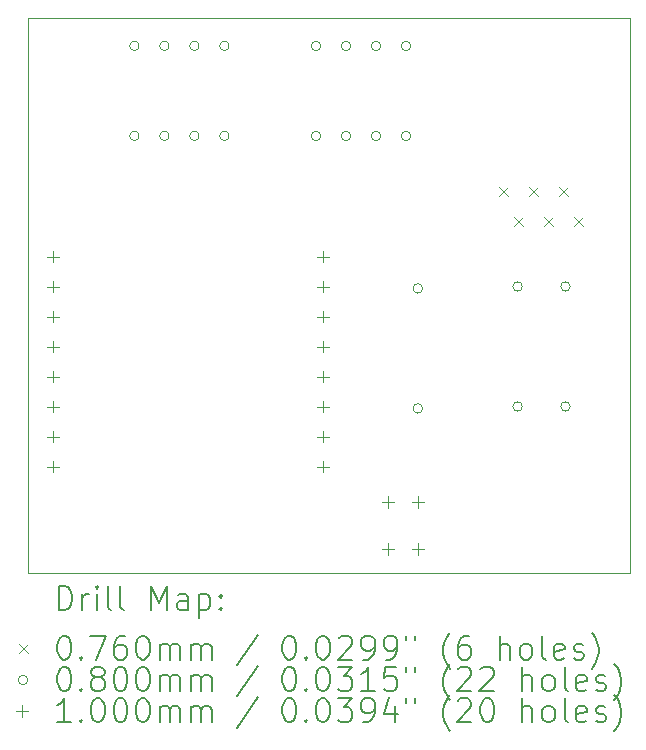
<source format=gbr>
%TF.GenerationSoftware,KiCad,Pcbnew,8.0.5*%
%TF.CreationDate,2025-01-26T23:12:18+01:00*%
%TF.ProjectId,P1_Extender,50315f45-7874-4656-9e64-65722e6b6963,rev?*%
%TF.SameCoordinates,Original*%
%TF.FileFunction,Drillmap*%
%TF.FilePolarity,Positive*%
%FSLAX45Y45*%
G04 Gerber Fmt 4.5, Leading zero omitted, Abs format (unit mm)*
G04 Created by KiCad (PCBNEW 8.0.5) date 2025-01-26 23:12:18*
%MOMM*%
%LPD*%
G01*
G04 APERTURE LIST*
%ADD10C,0.050000*%
%ADD11C,0.200000*%
%ADD12C,0.100000*%
G04 APERTURE END LIST*
D10*
X16500000Y-11900000D02*
X11400000Y-11900000D01*
X11400000Y-7200000D01*
X16500000Y-7200000D01*
X16500000Y-11900000D01*
D11*
D12*
X15387000Y-8637000D02*
X15463000Y-8713000D01*
X15463000Y-8637000D02*
X15387000Y-8713000D01*
X15514000Y-8891000D02*
X15590000Y-8967000D01*
X15590000Y-8891000D02*
X15514000Y-8967000D01*
X15641000Y-8637000D02*
X15717000Y-8713000D01*
X15717000Y-8637000D02*
X15641000Y-8713000D01*
X15768000Y-8891000D02*
X15844000Y-8967000D01*
X15844000Y-8891000D02*
X15768000Y-8967000D01*
X15895000Y-8637000D02*
X15971000Y-8713000D01*
X15971000Y-8637000D02*
X15895000Y-8713000D01*
X16022000Y-8891000D02*
X16098000Y-8967000D01*
X16098000Y-8891000D02*
X16022000Y-8967000D01*
X12340000Y-7438000D02*
G75*
G02*
X12260000Y-7438000I-40000J0D01*
G01*
X12260000Y-7438000D02*
G75*
G02*
X12340000Y-7438000I40000J0D01*
G01*
X12340000Y-8200000D02*
G75*
G02*
X12260000Y-8200000I-40000J0D01*
G01*
X12260000Y-8200000D02*
G75*
G02*
X12340000Y-8200000I40000J0D01*
G01*
X12594000Y-7438000D02*
G75*
G02*
X12514000Y-7438000I-40000J0D01*
G01*
X12514000Y-7438000D02*
G75*
G02*
X12594000Y-7438000I40000J0D01*
G01*
X12594000Y-8200000D02*
G75*
G02*
X12514000Y-8200000I-40000J0D01*
G01*
X12514000Y-8200000D02*
G75*
G02*
X12594000Y-8200000I40000J0D01*
G01*
X12848000Y-7438000D02*
G75*
G02*
X12768000Y-7438000I-40000J0D01*
G01*
X12768000Y-7438000D02*
G75*
G02*
X12848000Y-7438000I40000J0D01*
G01*
X12848000Y-8200000D02*
G75*
G02*
X12768000Y-8200000I-40000J0D01*
G01*
X12768000Y-8200000D02*
G75*
G02*
X12848000Y-8200000I40000J0D01*
G01*
X13102000Y-7438000D02*
G75*
G02*
X13022000Y-7438000I-40000J0D01*
G01*
X13022000Y-7438000D02*
G75*
G02*
X13102000Y-7438000I40000J0D01*
G01*
X13102000Y-8200000D02*
G75*
G02*
X13022000Y-8200000I-40000J0D01*
G01*
X13022000Y-8200000D02*
G75*
G02*
X13102000Y-8200000I40000J0D01*
G01*
X13878000Y-7438000D02*
G75*
G02*
X13798000Y-7438000I-40000J0D01*
G01*
X13798000Y-7438000D02*
G75*
G02*
X13878000Y-7438000I40000J0D01*
G01*
X13878000Y-8200000D02*
G75*
G02*
X13798000Y-8200000I-40000J0D01*
G01*
X13798000Y-8200000D02*
G75*
G02*
X13878000Y-8200000I40000J0D01*
G01*
X14132000Y-7438000D02*
G75*
G02*
X14052000Y-7438000I-40000J0D01*
G01*
X14052000Y-7438000D02*
G75*
G02*
X14132000Y-7438000I40000J0D01*
G01*
X14132000Y-8200000D02*
G75*
G02*
X14052000Y-8200000I-40000J0D01*
G01*
X14052000Y-8200000D02*
G75*
G02*
X14132000Y-8200000I40000J0D01*
G01*
X14386000Y-7438000D02*
G75*
G02*
X14306000Y-7438000I-40000J0D01*
G01*
X14306000Y-7438000D02*
G75*
G02*
X14386000Y-7438000I40000J0D01*
G01*
X14386000Y-8200000D02*
G75*
G02*
X14306000Y-8200000I-40000J0D01*
G01*
X14306000Y-8200000D02*
G75*
G02*
X14386000Y-8200000I40000J0D01*
G01*
X14640000Y-7438000D02*
G75*
G02*
X14560000Y-7438000I-40000J0D01*
G01*
X14560000Y-7438000D02*
G75*
G02*
X14640000Y-7438000I40000J0D01*
G01*
X14640000Y-8200000D02*
G75*
G02*
X14560000Y-8200000I-40000J0D01*
G01*
X14560000Y-8200000D02*
G75*
G02*
X14640000Y-8200000I40000J0D01*
G01*
X14740000Y-9492000D02*
G75*
G02*
X14660000Y-9492000I-40000J0D01*
G01*
X14660000Y-9492000D02*
G75*
G02*
X14740000Y-9492000I40000J0D01*
G01*
X14740000Y-10508000D02*
G75*
G02*
X14660000Y-10508000I-40000J0D01*
G01*
X14660000Y-10508000D02*
G75*
G02*
X14740000Y-10508000I40000J0D01*
G01*
X15585000Y-9475000D02*
G75*
G02*
X15505000Y-9475000I-40000J0D01*
G01*
X15505000Y-9475000D02*
G75*
G02*
X15585000Y-9475000I40000J0D01*
G01*
X15585000Y-10491000D02*
G75*
G02*
X15505000Y-10491000I-40000J0D01*
G01*
X15505000Y-10491000D02*
G75*
G02*
X15585000Y-10491000I40000J0D01*
G01*
X15990000Y-9475000D02*
G75*
G02*
X15910000Y-9475000I-40000J0D01*
G01*
X15910000Y-9475000D02*
G75*
G02*
X15990000Y-9475000I40000J0D01*
G01*
X15990000Y-10491000D02*
G75*
G02*
X15910000Y-10491000I-40000J0D01*
G01*
X15910000Y-10491000D02*
G75*
G02*
X15990000Y-10491000I40000J0D01*
G01*
X11614000Y-9172000D02*
X11614000Y-9272000D01*
X11564000Y-9222000D02*
X11664000Y-9222000D01*
X11614000Y-9426000D02*
X11614000Y-9526000D01*
X11564000Y-9476000D02*
X11664000Y-9476000D01*
X11614000Y-9680000D02*
X11614000Y-9780000D01*
X11564000Y-9730000D02*
X11664000Y-9730000D01*
X11614000Y-9934000D02*
X11614000Y-10034000D01*
X11564000Y-9984000D02*
X11664000Y-9984000D01*
X11614000Y-10188000D02*
X11614000Y-10288000D01*
X11564000Y-10238000D02*
X11664000Y-10238000D01*
X11614000Y-10442000D02*
X11614000Y-10542000D01*
X11564000Y-10492000D02*
X11664000Y-10492000D01*
X11614000Y-10696000D02*
X11614000Y-10796000D01*
X11564000Y-10746000D02*
X11664000Y-10746000D01*
X11614000Y-10950000D02*
X11614000Y-11050000D01*
X11564000Y-11000000D02*
X11664000Y-11000000D01*
X13900000Y-9172000D02*
X13900000Y-9272000D01*
X13850000Y-9222000D02*
X13950000Y-9222000D01*
X13900000Y-9426000D02*
X13900000Y-9526000D01*
X13850000Y-9476000D02*
X13950000Y-9476000D01*
X13900000Y-9680000D02*
X13900000Y-9780000D01*
X13850000Y-9730000D02*
X13950000Y-9730000D01*
X13900000Y-9934000D02*
X13900000Y-10034000D01*
X13850000Y-9984000D02*
X13950000Y-9984000D01*
X13900000Y-10188000D02*
X13900000Y-10288000D01*
X13850000Y-10238000D02*
X13950000Y-10238000D01*
X13900000Y-10442000D02*
X13900000Y-10542000D01*
X13850000Y-10492000D02*
X13950000Y-10492000D01*
X13900000Y-10696000D02*
X13900000Y-10796000D01*
X13850000Y-10746000D02*
X13950000Y-10746000D01*
X13900000Y-10950000D02*
X13900000Y-11050000D01*
X13850000Y-11000000D02*
X13950000Y-11000000D01*
X14446000Y-11250000D02*
X14446000Y-11350000D01*
X14396000Y-11300000D02*
X14496000Y-11300000D01*
X14446000Y-11650000D02*
X14446000Y-11750000D01*
X14396000Y-11700000D02*
X14496000Y-11700000D01*
X14700000Y-11250000D02*
X14700000Y-11350000D01*
X14650000Y-11300000D02*
X14750000Y-11300000D01*
X14700000Y-11650000D02*
X14700000Y-11750000D01*
X14650000Y-11700000D02*
X14750000Y-11700000D01*
D11*
X11658277Y-12213984D02*
X11658277Y-12013984D01*
X11658277Y-12013984D02*
X11705896Y-12013984D01*
X11705896Y-12013984D02*
X11734467Y-12023508D01*
X11734467Y-12023508D02*
X11753515Y-12042555D01*
X11753515Y-12042555D02*
X11763039Y-12061603D01*
X11763039Y-12061603D02*
X11772562Y-12099698D01*
X11772562Y-12099698D02*
X11772562Y-12128269D01*
X11772562Y-12128269D02*
X11763039Y-12166365D01*
X11763039Y-12166365D02*
X11753515Y-12185412D01*
X11753515Y-12185412D02*
X11734467Y-12204460D01*
X11734467Y-12204460D02*
X11705896Y-12213984D01*
X11705896Y-12213984D02*
X11658277Y-12213984D01*
X11858277Y-12213984D02*
X11858277Y-12080650D01*
X11858277Y-12118746D02*
X11867801Y-12099698D01*
X11867801Y-12099698D02*
X11877324Y-12090174D01*
X11877324Y-12090174D02*
X11896372Y-12080650D01*
X11896372Y-12080650D02*
X11915420Y-12080650D01*
X11982086Y-12213984D02*
X11982086Y-12080650D01*
X11982086Y-12013984D02*
X11972562Y-12023508D01*
X11972562Y-12023508D02*
X11982086Y-12033031D01*
X11982086Y-12033031D02*
X11991610Y-12023508D01*
X11991610Y-12023508D02*
X11982086Y-12013984D01*
X11982086Y-12013984D02*
X11982086Y-12033031D01*
X12105896Y-12213984D02*
X12086848Y-12204460D01*
X12086848Y-12204460D02*
X12077324Y-12185412D01*
X12077324Y-12185412D02*
X12077324Y-12013984D01*
X12210658Y-12213984D02*
X12191610Y-12204460D01*
X12191610Y-12204460D02*
X12182086Y-12185412D01*
X12182086Y-12185412D02*
X12182086Y-12013984D01*
X12439229Y-12213984D02*
X12439229Y-12013984D01*
X12439229Y-12013984D02*
X12505896Y-12156841D01*
X12505896Y-12156841D02*
X12572562Y-12013984D01*
X12572562Y-12013984D02*
X12572562Y-12213984D01*
X12753515Y-12213984D02*
X12753515Y-12109222D01*
X12753515Y-12109222D02*
X12743991Y-12090174D01*
X12743991Y-12090174D02*
X12724943Y-12080650D01*
X12724943Y-12080650D02*
X12686848Y-12080650D01*
X12686848Y-12080650D02*
X12667801Y-12090174D01*
X12753515Y-12204460D02*
X12734467Y-12213984D01*
X12734467Y-12213984D02*
X12686848Y-12213984D01*
X12686848Y-12213984D02*
X12667801Y-12204460D01*
X12667801Y-12204460D02*
X12658277Y-12185412D01*
X12658277Y-12185412D02*
X12658277Y-12166365D01*
X12658277Y-12166365D02*
X12667801Y-12147317D01*
X12667801Y-12147317D02*
X12686848Y-12137793D01*
X12686848Y-12137793D02*
X12734467Y-12137793D01*
X12734467Y-12137793D02*
X12753515Y-12128269D01*
X12848753Y-12080650D02*
X12848753Y-12280650D01*
X12848753Y-12090174D02*
X12867801Y-12080650D01*
X12867801Y-12080650D02*
X12905896Y-12080650D01*
X12905896Y-12080650D02*
X12924943Y-12090174D01*
X12924943Y-12090174D02*
X12934467Y-12099698D01*
X12934467Y-12099698D02*
X12943991Y-12118746D01*
X12943991Y-12118746D02*
X12943991Y-12175888D01*
X12943991Y-12175888D02*
X12934467Y-12194936D01*
X12934467Y-12194936D02*
X12924943Y-12204460D01*
X12924943Y-12204460D02*
X12905896Y-12213984D01*
X12905896Y-12213984D02*
X12867801Y-12213984D01*
X12867801Y-12213984D02*
X12848753Y-12204460D01*
X13029705Y-12194936D02*
X13039229Y-12204460D01*
X13039229Y-12204460D02*
X13029705Y-12213984D01*
X13029705Y-12213984D02*
X13020182Y-12204460D01*
X13020182Y-12204460D02*
X13029705Y-12194936D01*
X13029705Y-12194936D02*
X13029705Y-12213984D01*
X13029705Y-12090174D02*
X13039229Y-12099698D01*
X13039229Y-12099698D02*
X13029705Y-12109222D01*
X13029705Y-12109222D02*
X13020182Y-12099698D01*
X13020182Y-12099698D02*
X13029705Y-12090174D01*
X13029705Y-12090174D02*
X13029705Y-12109222D01*
D12*
X11321500Y-12504500D02*
X11397500Y-12580500D01*
X11397500Y-12504500D02*
X11321500Y-12580500D01*
D11*
X11696372Y-12433984D02*
X11715420Y-12433984D01*
X11715420Y-12433984D02*
X11734467Y-12443508D01*
X11734467Y-12443508D02*
X11743991Y-12453031D01*
X11743991Y-12453031D02*
X11753515Y-12472079D01*
X11753515Y-12472079D02*
X11763039Y-12510174D01*
X11763039Y-12510174D02*
X11763039Y-12557793D01*
X11763039Y-12557793D02*
X11753515Y-12595888D01*
X11753515Y-12595888D02*
X11743991Y-12614936D01*
X11743991Y-12614936D02*
X11734467Y-12624460D01*
X11734467Y-12624460D02*
X11715420Y-12633984D01*
X11715420Y-12633984D02*
X11696372Y-12633984D01*
X11696372Y-12633984D02*
X11677324Y-12624460D01*
X11677324Y-12624460D02*
X11667801Y-12614936D01*
X11667801Y-12614936D02*
X11658277Y-12595888D01*
X11658277Y-12595888D02*
X11648753Y-12557793D01*
X11648753Y-12557793D02*
X11648753Y-12510174D01*
X11648753Y-12510174D02*
X11658277Y-12472079D01*
X11658277Y-12472079D02*
X11667801Y-12453031D01*
X11667801Y-12453031D02*
X11677324Y-12443508D01*
X11677324Y-12443508D02*
X11696372Y-12433984D01*
X11848753Y-12614936D02*
X11858277Y-12624460D01*
X11858277Y-12624460D02*
X11848753Y-12633984D01*
X11848753Y-12633984D02*
X11839229Y-12624460D01*
X11839229Y-12624460D02*
X11848753Y-12614936D01*
X11848753Y-12614936D02*
X11848753Y-12633984D01*
X11924943Y-12433984D02*
X12058277Y-12433984D01*
X12058277Y-12433984D02*
X11972562Y-12633984D01*
X12220182Y-12433984D02*
X12182086Y-12433984D01*
X12182086Y-12433984D02*
X12163039Y-12443508D01*
X12163039Y-12443508D02*
X12153515Y-12453031D01*
X12153515Y-12453031D02*
X12134467Y-12481603D01*
X12134467Y-12481603D02*
X12124943Y-12519698D01*
X12124943Y-12519698D02*
X12124943Y-12595888D01*
X12124943Y-12595888D02*
X12134467Y-12614936D01*
X12134467Y-12614936D02*
X12143991Y-12624460D01*
X12143991Y-12624460D02*
X12163039Y-12633984D01*
X12163039Y-12633984D02*
X12201134Y-12633984D01*
X12201134Y-12633984D02*
X12220182Y-12624460D01*
X12220182Y-12624460D02*
X12229705Y-12614936D01*
X12229705Y-12614936D02*
X12239229Y-12595888D01*
X12239229Y-12595888D02*
X12239229Y-12548269D01*
X12239229Y-12548269D02*
X12229705Y-12529222D01*
X12229705Y-12529222D02*
X12220182Y-12519698D01*
X12220182Y-12519698D02*
X12201134Y-12510174D01*
X12201134Y-12510174D02*
X12163039Y-12510174D01*
X12163039Y-12510174D02*
X12143991Y-12519698D01*
X12143991Y-12519698D02*
X12134467Y-12529222D01*
X12134467Y-12529222D02*
X12124943Y-12548269D01*
X12363039Y-12433984D02*
X12382086Y-12433984D01*
X12382086Y-12433984D02*
X12401134Y-12443508D01*
X12401134Y-12443508D02*
X12410658Y-12453031D01*
X12410658Y-12453031D02*
X12420182Y-12472079D01*
X12420182Y-12472079D02*
X12429705Y-12510174D01*
X12429705Y-12510174D02*
X12429705Y-12557793D01*
X12429705Y-12557793D02*
X12420182Y-12595888D01*
X12420182Y-12595888D02*
X12410658Y-12614936D01*
X12410658Y-12614936D02*
X12401134Y-12624460D01*
X12401134Y-12624460D02*
X12382086Y-12633984D01*
X12382086Y-12633984D02*
X12363039Y-12633984D01*
X12363039Y-12633984D02*
X12343991Y-12624460D01*
X12343991Y-12624460D02*
X12334467Y-12614936D01*
X12334467Y-12614936D02*
X12324943Y-12595888D01*
X12324943Y-12595888D02*
X12315420Y-12557793D01*
X12315420Y-12557793D02*
X12315420Y-12510174D01*
X12315420Y-12510174D02*
X12324943Y-12472079D01*
X12324943Y-12472079D02*
X12334467Y-12453031D01*
X12334467Y-12453031D02*
X12343991Y-12443508D01*
X12343991Y-12443508D02*
X12363039Y-12433984D01*
X12515420Y-12633984D02*
X12515420Y-12500650D01*
X12515420Y-12519698D02*
X12524943Y-12510174D01*
X12524943Y-12510174D02*
X12543991Y-12500650D01*
X12543991Y-12500650D02*
X12572563Y-12500650D01*
X12572563Y-12500650D02*
X12591610Y-12510174D01*
X12591610Y-12510174D02*
X12601134Y-12529222D01*
X12601134Y-12529222D02*
X12601134Y-12633984D01*
X12601134Y-12529222D02*
X12610658Y-12510174D01*
X12610658Y-12510174D02*
X12629705Y-12500650D01*
X12629705Y-12500650D02*
X12658277Y-12500650D01*
X12658277Y-12500650D02*
X12677324Y-12510174D01*
X12677324Y-12510174D02*
X12686848Y-12529222D01*
X12686848Y-12529222D02*
X12686848Y-12633984D01*
X12782086Y-12633984D02*
X12782086Y-12500650D01*
X12782086Y-12519698D02*
X12791610Y-12510174D01*
X12791610Y-12510174D02*
X12810658Y-12500650D01*
X12810658Y-12500650D02*
X12839229Y-12500650D01*
X12839229Y-12500650D02*
X12858277Y-12510174D01*
X12858277Y-12510174D02*
X12867801Y-12529222D01*
X12867801Y-12529222D02*
X12867801Y-12633984D01*
X12867801Y-12529222D02*
X12877324Y-12510174D01*
X12877324Y-12510174D02*
X12896372Y-12500650D01*
X12896372Y-12500650D02*
X12924943Y-12500650D01*
X12924943Y-12500650D02*
X12943991Y-12510174D01*
X12943991Y-12510174D02*
X12953515Y-12529222D01*
X12953515Y-12529222D02*
X12953515Y-12633984D01*
X13343991Y-12424460D02*
X13172563Y-12681603D01*
X13601134Y-12433984D02*
X13620182Y-12433984D01*
X13620182Y-12433984D02*
X13639229Y-12443508D01*
X13639229Y-12443508D02*
X13648753Y-12453031D01*
X13648753Y-12453031D02*
X13658277Y-12472079D01*
X13658277Y-12472079D02*
X13667801Y-12510174D01*
X13667801Y-12510174D02*
X13667801Y-12557793D01*
X13667801Y-12557793D02*
X13658277Y-12595888D01*
X13658277Y-12595888D02*
X13648753Y-12614936D01*
X13648753Y-12614936D02*
X13639229Y-12624460D01*
X13639229Y-12624460D02*
X13620182Y-12633984D01*
X13620182Y-12633984D02*
X13601134Y-12633984D01*
X13601134Y-12633984D02*
X13582086Y-12624460D01*
X13582086Y-12624460D02*
X13572563Y-12614936D01*
X13572563Y-12614936D02*
X13563039Y-12595888D01*
X13563039Y-12595888D02*
X13553515Y-12557793D01*
X13553515Y-12557793D02*
X13553515Y-12510174D01*
X13553515Y-12510174D02*
X13563039Y-12472079D01*
X13563039Y-12472079D02*
X13572563Y-12453031D01*
X13572563Y-12453031D02*
X13582086Y-12443508D01*
X13582086Y-12443508D02*
X13601134Y-12433984D01*
X13753515Y-12614936D02*
X13763039Y-12624460D01*
X13763039Y-12624460D02*
X13753515Y-12633984D01*
X13753515Y-12633984D02*
X13743991Y-12624460D01*
X13743991Y-12624460D02*
X13753515Y-12614936D01*
X13753515Y-12614936D02*
X13753515Y-12633984D01*
X13886848Y-12433984D02*
X13905896Y-12433984D01*
X13905896Y-12433984D02*
X13924944Y-12443508D01*
X13924944Y-12443508D02*
X13934467Y-12453031D01*
X13934467Y-12453031D02*
X13943991Y-12472079D01*
X13943991Y-12472079D02*
X13953515Y-12510174D01*
X13953515Y-12510174D02*
X13953515Y-12557793D01*
X13953515Y-12557793D02*
X13943991Y-12595888D01*
X13943991Y-12595888D02*
X13934467Y-12614936D01*
X13934467Y-12614936D02*
X13924944Y-12624460D01*
X13924944Y-12624460D02*
X13905896Y-12633984D01*
X13905896Y-12633984D02*
X13886848Y-12633984D01*
X13886848Y-12633984D02*
X13867801Y-12624460D01*
X13867801Y-12624460D02*
X13858277Y-12614936D01*
X13858277Y-12614936D02*
X13848753Y-12595888D01*
X13848753Y-12595888D02*
X13839229Y-12557793D01*
X13839229Y-12557793D02*
X13839229Y-12510174D01*
X13839229Y-12510174D02*
X13848753Y-12472079D01*
X13848753Y-12472079D02*
X13858277Y-12453031D01*
X13858277Y-12453031D02*
X13867801Y-12443508D01*
X13867801Y-12443508D02*
X13886848Y-12433984D01*
X14029706Y-12453031D02*
X14039229Y-12443508D01*
X14039229Y-12443508D02*
X14058277Y-12433984D01*
X14058277Y-12433984D02*
X14105896Y-12433984D01*
X14105896Y-12433984D02*
X14124944Y-12443508D01*
X14124944Y-12443508D02*
X14134467Y-12453031D01*
X14134467Y-12453031D02*
X14143991Y-12472079D01*
X14143991Y-12472079D02*
X14143991Y-12491127D01*
X14143991Y-12491127D02*
X14134467Y-12519698D01*
X14134467Y-12519698D02*
X14020182Y-12633984D01*
X14020182Y-12633984D02*
X14143991Y-12633984D01*
X14239229Y-12633984D02*
X14277325Y-12633984D01*
X14277325Y-12633984D02*
X14296372Y-12624460D01*
X14296372Y-12624460D02*
X14305896Y-12614936D01*
X14305896Y-12614936D02*
X14324944Y-12586365D01*
X14324944Y-12586365D02*
X14334467Y-12548269D01*
X14334467Y-12548269D02*
X14334467Y-12472079D01*
X14334467Y-12472079D02*
X14324944Y-12453031D01*
X14324944Y-12453031D02*
X14315420Y-12443508D01*
X14315420Y-12443508D02*
X14296372Y-12433984D01*
X14296372Y-12433984D02*
X14258277Y-12433984D01*
X14258277Y-12433984D02*
X14239229Y-12443508D01*
X14239229Y-12443508D02*
X14229706Y-12453031D01*
X14229706Y-12453031D02*
X14220182Y-12472079D01*
X14220182Y-12472079D02*
X14220182Y-12519698D01*
X14220182Y-12519698D02*
X14229706Y-12538746D01*
X14229706Y-12538746D02*
X14239229Y-12548269D01*
X14239229Y-12548269D02*
X14258277Y-12557793D01*
X14258277Y-12557793D02*
X14296372Y-12557793D01*
X14296372Y-12557793D02*
X14315420Y-12548269D01*
X14315420Y-12548269D02*
X14324944Y-12538746D01*
X14324944Y-12538746D02*
X14334467Y-12519698D01*
X14429706Y-12633984D02*
X14467801Y-12633984D01*
X14467801Y-12633984D02*
X14486848Y-12624460D01*
X14486848Y-12624460D02*
X14496372Y-12614936D01*
X14496372Y-12614936D02*
X14515420Y-12586365D01*
X14515420Y-12586365D02*
X14524944Y-12548269D01*
X14524944Y-12548269D02*
X14524944Y-12472079D01*
X14524944Y-12472079D02*
X14515420Y-12453031D01*
X14515420Y-12453031D02*
X14505896Y-12443508D01*
X14505896Y-12443508D02*
X14486848Y-12433984D01*
X14486848Y-12433984D02*
X14448753Y-12433984D01*
X14448753Y-12433984D02*
X14429706Y-12443508D01*
X14429706Y-12443508D02*
X14420182Y-12453031D01*
X14420182Y-12453031D02*
X14410658Y-12472079D01*
X14410658Y-12472079D02*
X14410658Y-12519698D01*
X14410658Y-12519698D02*
X14420182Y-12538746D01*
X14420182Y-12538746D02*
X14429706Y-12548269D01*
X14429706Y-12548269D02*
X14448753Y-12557793D01*
X14448753Y-12557793D02*
X14486848Y-12557793D01*
X14486848Y-12557793D02*
X14505896Y-12548269D01*
X14505896Y-12548269D02*
X14515420Y-12538746D01*
X14515420Y-12538746D02*
X14524944Y-12519698D01*
X14601134Y-12433984D02*
X14601134Y-12472079D01*
X14677325Y-12433984D02*
X14677325Y-12472079D01*
X14972563Y-12710174D02*
X14963039Y-12700650D01*
X14963039Y-12700650D02*
X14943991Y-12672079D01*
X14943991Y-12672079D02*
X14934468Y-12653031D01*
X14934468Y-12653031D02*
X14924944Y-12624460D01*
X14924944Y-12624460D02*
X14915420Y-12576841D01*
X14915420Y-12576841D02*
X14915420Y-12538746D01*
X14915420Y-12538746D02*
X14924944Y-12491127D01*
X14924944Y-12491127D02*
X14934468Y-12462555D01*
X14934468Y-12462555D02*
X14943991Y-12443508D01*
X14943991Y-12443508D02*
X14963039Y-12414936D01*
X14963039Y-12414936D02*
X14972563Y-12405412D01*
X15134468Y-12433984D02*
X15096372Y-12433984D01*
X15096372Y-12433984D02*
X15077325Y-12443508D01*
X15077325Y-12443508D02*
X15067801Y-12453031D01*
X15067801Y-12453031D02*
X15048753Y-12481603D01*
X15048753Y-12481603D02*
X15039229Y-12519698D01*
X15039229Y-12519698D02*
X15039229Y-12595888D01*
X15039229Y-12595888D02*
X15048753Y-12614936D01*
X15048753Y-12614936D02*
X15058277Y-12624460D01*
X15058277Y-12624460D02*
X15077325Y-12633984D01*
X15077325Y-12633984D02*
X15115420Y-12633984D01*
X15115420Y-12633984D02*
X15134468Y-12624460D01*
X15134468Y-12624460D02*
X15143991Y-12614936D01*
X15143991Y-12614936D02*
X15153515Y-12595888D01*
X15153515Y-12595888D02*
X15153515Y-12548269D01*
X15153515Y-12548269D02*
X15143991Y-12529222D01*
X15143991Y-12529222D02*
X15134468Y-12519698D01*
X15134468Y-12519698D02*
X15115420Y-12510174D01*
X15115420Y-12510174D02*
X15077325Y-12510174D01*
X15077325Y-12510174D02*
X15058277Y-12519698D01*
X15058277Y-12519698D02*
X15048753Y-12529222D01*
X15048753Y-12529222D02*
X15039229Y-12548269D01*
X15391610Y-12633984D02*
X15391610Y-12433984D01*
X15477325Y-12633984D02*
X15477325Y-12529222D01*
X15477325Y-12529222D02*
X15467801Y-12510174D01*
X15467801Y-12510174D02*
X15448753Y-12500650D01*
X15448753Y-12500650D02*
X15420182Y-12500650D01*
X15420182Y-12500650D02*
X15401134Y-12510174D01*
X15401134Y-12510174D02*
X15391610Y-12519698D01*
X15601134Y-12633984D02*
X15582087Y-12624460D01*
X15582087Y-12624460D02*
X15572563Y-12614936D01*
X15572563Y-12614936D02*
X15563039Y-12595888D01*
X15563039Y-12595888D02*
X15563039Y-12538746D01*
X15563039Y-12538746D02*
X15572563Y-12519698D01*
X15572563Y-12519698D02*
X15582087Y-12510174D01*
X15582087Y-12510174D02*
X15601134Y-12500650D01*
X15601134Y-12500650D02*
X15629706Y-12500650D01*
X15629706Y-12500650D02*
X15648753Y-12510174D01*
X15648753Y-12510174D02*
X15658277Y-12519698D01*
X15658277Y-12519698D02*
X15667801Y-12538746D01*
X15667801Y-12538746D02*
X15667801Y-12595888D01*
X15667801Y-12595888D02*
X15658277Y-12614936D01*
X15658277Y-12614936D02*
X15648753Y-12624460D01*
X15648753Y-12624460D02*
X15629706Y-12633984D01*
X15629706Y-12633984D02*
X15601134Y-12633984D01*
X15782087Y-12633984D02*
X15763039Y-12624460D01*
X15763039Y-12624460D02*
X15753515Y-12605412D01*
X15753515Y-12605412D02*
X15753515Y-12433984D01*
X15934468Y-12624460D02*
X15915420Y-12633984D01*
X15915420Y-12633984D02*
X15877325Y-12633984D01*
X15877325Y-12633984D02*
X15858277Y-12624460D01*
X15858277Y-12624460D02*
X15848753Y-12605412D01*
X15848753Y-12605412D02*
X15848753Y-12529222D01*
X15848753Y-12529222D02*
X15858277Y-12510174D01*
X15858277Y-12510174D02*
X15877325Y-12500650D01*
X15877325Y-12500650D02*
X15915420Y-12500650D01*
X15915420Y-12500650D02*
X15934468Y-12510174D01*
X15934468Y-12510174D02*
X15943991Y-12529222D01*
X15943991Y-12529222D02*
X15943991Y-12548269D01*
X15943991Y-12548269D02*
X15848753Y-12567317D01*
X16020182Y-12624460D02*
X16039230Y-12633984D01*
X16039230Y-12633984D02*
X16077325Y-12633984D01*
X16077325Y-12633984D02*
X16096372Y-12624460D01*
X16096372Y-12624460D02*
X16105896Y-12605412D01*
X16105896Y-12605412D02*
X16105896Y-12595888D01*
X16105896Y-12595888D02*
X16096372Y-12576841D01*
X16096372Y-12576841D02*
X16077325Y-12567317D01*
X16077325Y-12567317D02*
X16048753Y-12567317D01*
X16048753Y-12567317D02*
X16029706Y-12557793D01*
X16029706Y-12557793D02*
X16020182Y-12538746D01*
X16020182Y-12538746D02*
X16020182Y-12529222D01*
X16020182Y-12529222D02*
X16029706Y-12510174D01*
X16029706Y-12510174D02*
X16048753Y-12500650D01*
X16048753Y-12500650D02*
X16077325Y-12500650D01*
X16077325Y-12500650D02*
X16096372Y-12510174D01*
X16172563Y-12710174D02*
X16182087Y-12700650D01*
X16182087Y-12700650D02*
X16201134Y-12672079D01*
X16201134Y-12672079D02*
X16210658Y-12653031D01*
X16210658Y-12653031D02*
X16220182Y-12624460D01*
X16220182Y-12624460D02*
X16229706Y-12576841D01*
X16229706Y-12576841D02*
X16229706Y-12538746D01*
X16229706Y-12538746D02*
X16220182Y-12491127D01*
X16220182Y-12491127D02*
X16210658Y-12462555D01*
X16210658Y-12462555D02*
X16201134Y-12443508D01*
X16201134Y-12443508D02*
X16182087Y-12414936D01*
X16182087Y-12414936D02*
X16172563Y-12405412D01*
D12*
X11397500Y-12806500D02*
G75*
G02*
X11317500Y-12806500I-40000J0D01*
G01*
X11317500Y-12806500D02*
G75*
G02*
X11397500Y-12806500I40000J0D01*
G01*
D11*
X11696372Y-12697984D02*
X11715420Y-12697984D01*
X11715420Y-12697984D02*
X11734467Y-12707508D01*
X11734467Y-12707508D02*
X11743991Y-12717031D01*
X11743991Y-12717031D02*
X11753515Y-12736079D01*
X11753515Y-12736079D02*
X11763039Y-12774174D01*
X11763039Y-12774174D02*
X11763039Y-12821793D01*
X11763039Y-12821793D02*
X11753515Y-12859888D01*
X11753515Y-12859888D02*
X11743991Y-12878936D01*
X11743991Y-12878936D02*
X11734467Y-12888460D01*
X11734467Y-12888460D02*
X11715420Y-12897984D01*
X11715420Y-12897984D02*
X11696372Y-12897984D01*
X11696372Y-12897984D02*
X11677324Y-12888460D01*
X11677324Y-12888460D02*
X11667801Y-12878936D01*
X11667801Y-12878936D02*
X11658277Y-12859888D01*
X11658277Y-12859888D02*
X11648753Y-12821793D01*
X11648753Y-12821793D02*
X11648753Y-12774174D01*
X11648753Y-12774174D02*
X11658277Y-12736079D01*
X11658277Y-12736079D02*
X11667801Y-12717031D01*
X11667801Y-12717031D02*
X11677324Y-12707508D01*
X11677324Y-12707508D02*
X11696372Y-12697984D01*
X11848753Y-12878936D02*
X11858277Y-12888460D01*
X11858277Y-12888460D02*
X11848753Y-12897984D01*
X11848753Y-12897984D02*
X11839229Y-12888460D01*
X11839229Y-12888460D02*
X11848753Y-12878936D01*
X11848753Y-12878936D02*
X11848753Y-12897984D01*
X11972562Y-12783698D02*
X11953515Y-12774174D01*
X11953515Y-12774174D02*
X11943991Y-12764650D01*
X11943991Y-12764650D02*
X11934467Y-12745603D01*
X11934467Y-12745603D02*
X11934467Y-12736079D01*
X11934467Y-12736079D02*
X11943991Y-12717031D01*
X11943991Y-12717031D02*
X11953515Y-12707508D01*
X11953515Y-12707508D02*
X11972562Y-12697984D01*
X11972562Y-12697984D02*
X12010658Y-12697984D01*
X12010658Y-12697984D02*
X12029705Y-12707508D01*
X12029705Y-12707508D02*
X12039229Y-12717031D01*
X12039229Y-12717031D02*
X12048753Y-12736079D01*
X12048753Y-12736079D02*
X12048753Y-12745603D01*
X12048753Y-12745603D02*
X12039229Y-12764650D01*
X12039229Y-12764650D02*
X12029705Y-12774174D01*
X12029705Y-12774174D02*
X12010658Y-12783698D01*
X12010658Y-12783698D02*
X11972562Y-12783698D01*
X11972562Y-12783698D02*
X11953515Y-12793222D01*
X11953515Y-12793222D02*
X11943991Y-12802746D01*
X11943991Y-12802746D02*
X11934467Y-12821793D01*
X11934467Y-12821793D02*
X11934467Y-12859888D01*
X11934467Y-12859888D02*
X11943991Y-12878936D01*
X11943991Y-12878936D02*
X11953515Y-12888460D01*
X11953515Y-12888460D02*
X11972562Y-12897984D01*
X11972562Y-12897984D02*
X12010658Y-12897984D01*
X12010658Y-12897984D02*
X12029705Y-12888460D01*
X12029705Y-12888460D02*
X12039229Y-12878936D01*
X12039229Y-12878936D02*
X12048753Y-12859888D01*
X12048753Y-12859888D02*
X12048753Y-12821793D01*
X12048753Y-12821793D02*
X12039229Y-12802746D01*
X12039229Y-12802746D02*
X12029705Y-12793222D01*
X12029705Y-12793222D02*
X12010658Y-12783698D01*
X12172562Y-12697984D02*
X12191610Y-12697984D01*
X12191610Y-12697984D02*
X12210658Y-12707508D01*
X12210658Y-12707508D02*
X12220182Y-12717031D01*
X12220182Y-12717031D02*
X12229705Y-12736079D01*
X12229705Y-12736079D02*
X12239229Y-12774174D01*
X12239229Y-12774174D02*
X12239229Y-12821793D01*
X12239229Y-12821793D02*
X12229705Y-12859888D01*
X12229705Y-12859888D02*
X12220182Y-12878936D01*
X12220182Y-12878936D02*
X12210658Y-12888460D01*
X12210658Y-12888460D02*
X12191610Y-12897984D01*
X12191610Y-12897984D02*
X12172562Y-12897984D01*
X12172562Y-12897984D02*
X12153515Y-12888460D01*
X12153515Y-12888460D02*
X12143991Y-12878936D01*
X12143991Y-12878936D02*
X12134467Y-12859888D01*
X12134467Y-12859888D02*
X12124943Y-12821793D01*
X12124943Y-12821793D02*
X12124943Y-12774174D01*
X12124943Y-12774174D02*
X12134467Y-12736079D01*
X12134467Y-12736079D02*
X12143991Y-12717031D01*
X12143991Y-12717031D02*
X12153515Y-12707508D01*
X12153515Y-12707508D02*
X12172562Y-12697984D01*
X12363039Y-12697984D02*
X12382086Y-12697984D01*
X12382086Y-12697984D02*
X12401134Y-12707508D01*
X12401134Y-12707508D02*
X12410658Y-12717031D01*
X12410658Y-12717031D02*
X12420182Y-12736079D01*
X12420182Y-12736079D02*
X12429705Y-12774174D01*
X12429705Y-12774174D02*
X12429705Y-12821793D01*
X12429705Y-12821793D02*
X12420182Y-12859888D01*
X12420182Y-12859888D02*
X12410658Y-12878936D01*
X12410658Y-12878936D02*
X12401134Y-12888460D01*
X12401134Y-12888460D02*
X12382086Y-12897984D01*
X12382086Y-12897984D02*
X12363039Y-12897984D01*
X12363039Y-12897984D02*
X12343991Y-12888460D01*
X12343991Y-12888460D02*
X12334467Y-12878936D01*
X12334467Y-12878936D02*
X12324943Y-12859888D01*
X12324943Y-12859888D02*
X12315420Y-12821793D01*
X12315420Y-12821793D02*
X12315420Y-12774174D01*
X12315420Y-12774174D02*
X12324943Y-12736079D01*
X12324943Y-12736079D02*
X12334467Y-12717031D01*
X12334467Y-12717031D02*
X12343991Y-12707508D01*
X12343991Y-12707508D02*
X12363039Y-12697984D01*
X12515420Y-12897984D02*
X12515420Y-12764650D01*
X12515420Y-12783698D02*
X12524943Y-12774174D01*
X12524943Y-12774174D02*
X12543991Y-12764650D01*
X12543991Y-12764650D02*
X12572563Y-12764650D01*
X12572563Y-12764650D02*
X12591610Y-12774174D01*
X12591610Y-12774174D02*
X12601134Y-12793222D01*
X12601134Y-12793222D02*
X12601134Y-12897984D01*
X12601134Y-12793222D02*
X12610658Y-12774174D01*
X12610658Y-12774174D02*
X12629705Y-12764650D01*
X12629705Y-12764650D02*
X12658277Y-12764650D01*
X12658277Y-12764650D02*
X12677324Y-12774174D01*
X12677324Y-12774174D02*
X12686848Y-12793222D01*
X12686848Y-12793222D02*
X12686848Y-12897984D01*
X12782086Y-12897984D02*
X12782086Y-12764650D01*
X12782086Y-12783698D02*
X12791610Y-12774174D01*
X12791610Y-12774174D02*
X12810658Y-12764650D01*
X12810658Y-12764650D02*
X12839229Y-12764650D01*
X12839229Y-12764650D02*
X12858277Y-12774174D01*
X12858277Y-12774174D02*
X12867801Y-12793222D01*
X12867801Y-12793222D02*
X12867801Y-12897984D01*
X12867801Y-12793222D02*
X12877324Y-12774174D01*
X12877324Y-12774174D02*
X12896372Y-12764650D01*
X12896372Y-12764650D02*
X12924943Y-12764650D01*
X12924943Y-12764650D02*
X12943991Y-12774174D01*
X12943991Y-12774174D02*
X12953515Y-12793222D01*
X12953515Y-12793222D02*
X12953515Y-12897984D01*
X13343991Y-12688460D02*
X13172563Y-12945603D01*
X13601134Y-12697984D02*
X13620182Y-12697984D01*
X13620182Y-12697984D02*
X13639229Y-12707508D01*
X13639229Y-12707508D02*
X13648753Y-12717031D01*
X13648753Y-12717031D02*
X13658277Y-12736079D01*
X13658277Y-12736079D02*
X13667801Y-12774174D01*
X13667801Y-12774174D02*
X13667801Y-12821793D01*
X13667801Y-12821793D02*
X13658277Y-12859888D01*
X13658277Y-12859888D02*
X13648753Y-12878936D01*
X13648753Y-12878936D02*
X13639229Y-12888460D01*
X13639229Y-12888460D02*
X13620182Y-12897984D01*
X13620182Y-12897984D02*
X13601134Y-12897984D01*
X13601134Y-12897984D02*
X13582086Y-12888460D01*
X13582086Y-12888460D02*
X13572563Y-12878936D01*
X13572563Y-12878936D02*
X13563039Y-12859888D01*
X13563039Y-12859888D02*
X13553515Y-12821793D01*
X13553515Y-12821793D02*
X13553515Y-12774174D01*
X13553515Y-12774174D02*
X13563039Y-12736079D01*
X13563039Y-12736079D02*
X13572563Y-12717031D01*
X13572563Y-12717031D02*
X13582086Y-12707508D01*
X13582086Y-12707508D02*
X13601134Y-12697984D01*
X13753515Y-12878936D02*
X13763039Y-12888460D01*
X13763039Y-12888460D02*
X13753515Y-12897984D01*
X13753515Y-12897984D02*
X13743991Y-12888460D01*
X13743991Y-12888460D02*
X13753515Y-12878936D01*
X13753515Y-12878936D02*
X13753515Y-12897984D01*
X13886848Y-12697984D02*
X13905896Y-12697984D01*
X13905896Y-12697984D02*
X13924944Y-12707508D01*
X13924944Y-12707508D02*
X13934467Y-12717031D01*
X13934467Y-12717031D02*
X13943991Y-12736079D01*
X13943991Y-12736079D02*
X13953515Y-12774174D01*
X13953515Y-12774174D02*
X13953515Y-12821793D01*
X13953515Y-12821793D02*
X13943991Y-12859888D01*
X13943991Y-12859888D02*
X13934467Y-12878936D01*
X13934467Y-12878936D02*
X13924944Y-12888460D01*
X13924944Y-12888460D02*
X13905896Y-12897984D01*
X13905896Y-12897984D02*
X13886848Y-12897984D01*
X13886848Y-12897984D02*
X13867801Y-12888460D01*
X13867801Y-12888460D02*
X13858277Y-12878936D01*
X13858277Y-12878936D02*
X13848753Y-12859888D01*
X13848753Y-12859888D02*
X13839229Y-12821793D01*
X13839229Y-12821793D02*
X13839229Y-12774174D01*
X13839229Y-12774174D02*
X13848753Y-12736079D01*
X13848753Y-12736079D02*
X13858277Y-12717031D01*
X13858277Y-12717031D02*
X13867801Y-12707508D01*
X13867801Y-12707508D02*
X13886848Y-12697984D01*
X14020182Y-12697984D02*
X14143991Y-12697984D01*
X14143991Y-12697984D02*
X14077325Y-12774174D01*
X14077325Y-12774174D02*
X14105896Y-12774174D01*
X14105896Y-12774174D02*
X14124944Y-12783698D01*
X14124944Y-12783698D02*
X14134467Y-12793222D01*
X14134467Y-12793222D02*
X14143991Y-12812269D01*
X14143991Y-12812269D02*
X14143991Y-12859888D01*
X14143991Y-12859888D02*
X14134467Y-12878936D01*
X14134467Y-12878936D02*
X14124944Y-12888460D01*
X14124944Y-12888460D02*
X14105896Y-12897984D01*
X14105896Y-12897984D02*
X14048753Y-12897984D01*
X14048753Y-12897984D02*
X14029706Y-12888460D01*
X14029706Y-12888460D02*
X14020182Y-12878936D01*
X14334467Y-12897984D02*
X14220182Y-12897984D01*
X14277325Y-12897984D02*
X14277325Y-12697984D01*
X14277325Y-12697984D02*
X14258277Y-12726555D01*
X14258277Y-12726555D02*
X14239229Y-12745603D01*
X14239229Y-12745603D02*
X14220182Y-12755127D01*
X14515420Y-12697984D02*
X14420182Y-12697984D01*
X14420182Y-12697984D02*
X14410658Y-12793222D01*
X14410658Y-12793222D02*
X14420182Y-12783698D01*
X14420182Y-12783698D02*
X14439229Y-12774174D01*
X14439229Y-12774174D02*
X14486848Y-12774174D01*
X14486848Y-12774174D02*
X14505896Y-12783698D01*
X14505896Y-12783698D02*
X14515420Y-12793222D01*
X14515420Y-12793222D02*
X14524944Y-12812269D01*
X14524944Y-12812269D02*
X14524944Y-12859888D01*
X14524944Y-12859888D02*
X14515420Y-12878936D01*
X14515420Y-12878936D02*
X14505896Y-12888460D01*
X14505896Y-12888460D02*
X14486848Y-12897984D01*
X14486848Y-12897984D02*
X14439229Y-12897984D01*
X14439229Y-12897984D02*
X14420182Y-12888460D01*
X14420182Y-12888460D02*
X14410658Y-12878936D01*
X14601134Y-12697984D02*
X14601134Y-12736079D01*
X14677325Y-12697984D02*
X14677325Y-12736079D01*
X14972563Y-12974174D02*
X14963039Y-12964650D01*
X14963039Y-12964650D02*
X14943991Y-12936079D01*
X14943991Y-12936079D02*
X14934468Y-12917031D01*
X14934468Y-12917031D02*
X14924944Y-12888460D01*
X14924944Y-12888460D02*
X14915420Y-12840841D01*
X14915420Y-12840841D02*
X14915420Y-12802746D01*
X14915420Y-12802746D02*
X14924944Y-12755127D01*
X14924944Y-12755127D02*
X14934468Y-12726555D01*
X14934468Y-12726555D02*
X14943991Y-12707508D01*
X14943991Y-12707508D02*
X14963039Y-12678936D01*
X14963039Y-12678936D02*
X14972563Y-12669412D01*
X15039229Y-12717031D02*
X15048753Y-12707508D01*
X15048753Y-12707508D02*
X15067801Y-12697984D01*
X15067801Y-12697984D02*
X15115420Y-12697984D01*
X15115420Y-12697984D02*
X15134468Y-12707508D01*
X15134468Y-12707508D02*
X15143991Y-12717031D01*
X15143991Y-12717031D02*
X15153515Y-12736079D01*
X15153515Y-12736079D02*
X15153515Y-12755127D01*
X15153515Y-12755127D02*
X15143991Y-12783698D01*
X15143991Y-12783698D02*
X15029706Y-12897984D01*
X15029706Y-12897984D02*
X15153515Y-12897984D01*
X15229706Y-12717031D02*
X15239229Y-12707508D01*
X15239229Y-12707508D02*
X15258277Y-12697984D01*
X15258277Y-12697984D02*
X15305896Y-12697984D01*
X15305896Y-12697984D02*
X15324944Y-12707508D01*
X15324944Y-12707508D02*
X15334468Y-12717031D01*
X15334468Y-12717031D02*
X15343991Y-12736079D01*
X15343991Y-12736079D02*
X15343991Y-12755127D01*
X15343991Y-12755127D02*
X15334468Y-12783698D01*
X15334468Y-12783698D02*
X15220182Y-12897984D01*
X15220182Y-12897984D02*
X15343991Y-12897984D01*
X15582087Y-12897984D02*
X15582087Y-12697984D01*
X15667801Y-12897984D02*
X15667801Y-12793222D01*
X15667801Y-12793222D02*
X15658277Y-12774174D01*
X15658277Y-12774174D02*
X15639230Y-12764650D01*
X15639230Y-12764650D02*
X15610658Y-12764650D01*
X15610658Y-12764650D02*
X15591610Y-12774174D01*
X15591610Y-12774174D02*
X15582087Y-12783698D01*
X15791610Y-12897984D02*
X15772563Y-12888460D01*
X15772563Y-12888460D02*
X15763039Y-12878936D01*
X15763039Y-12878936D02*
X15753515Y-12859888D01*
X15753515Y-12859888D02*
X15753515Y-12802746D01*
X15753515Y-12802746D02*
X15763039Y-12783698D01*
X15763039Y-12783698D02*
X15772563Y-12774174D01*
X15772563Y-12774174D02*
X15791610Y-12764650D01*
X15791610Y-12764650D02*
X15820182Y-12764650D01*
X15820182Y-12764650D02*
X15839230Y-12774174D01*
X15839230Y-12774174D02*
X15848753Y-12783698D01*
X15848753Y-12783698D02*
X15858277Y-12802746D01*
X15858277Y-12802746D02*
X15858277Y-12859888D01*
X15858277Y-12859888D02*
X15848753Y-12878936D01*
X15848753Y-12878936D02*
X15839230Y-12888460D01*
X15839230Y-12888460D02*
X15820182Y-12897984D01*
X15820182Y-12897984D02*
X15791610Y-12897984D01*
X15972563Y-12897984D02*
X15953515Y-12888460D01*
X15953515Y-12888460D02*
X15943991Y-12869412D01*
X15943991Y-12869412D02*
X15943991Y-12697984D01*
X16124944Y-12888460D02*
X16105896Y-12897984D01*
X16105896Y-12897984D02*
X16067801Y-12897984D01*
X16067801Y-12897984D02*
X16048753Y-12888460D01*
X16048753Y-12888460D02*
X16039230Y-12869412D01*
X16039230Y-12869412D02*
X16039230Y-12793222D01*
X16039230Y-12793222D02*
X16048753Y-12774174D01*
X16048753Y-12774174D02*
X16067801Y-12764650D01*
X16067801Y-12764650D02*
X16105896Y-12764650D01*
X16105896Y-12764650D02*
X16124944Y-12774174D01*
X16124944Y-12774174D02*
X16134468Y-12793222D01*
X16134468Y-12793222D02*
X16134468Y-12812269D01*
X16134468Y-12812269D02*
X16039230Y-12831317D01*
X16210658Y-12888460D02*
X16229706Y-12897984D01*
X16229706Y-12897984D02*
X16267801Y-12897984D01*
X16267801Y-12897984D02*
X16286849Y-12888460D01*
X16286849Y-12888460D02*
X16296372Y-12869412D01*
X16296372Y-12869412D02*
X16296372Y-12859888D01*
X16296372Y-12859888D02*
X16286849Y-12840841D01*
X16286849Y-12840841D02*
X16267801Y-12831317D01*
X16267801Y-12831317D02*
X16239230Y-12831317D01*
X16239230Y-12831317D02*
X16220182Y-12821793D01*
X16220182Y-12821793D02*
X16210658Y-12802746D01*
X16210658Y-12802746D02*
X16210658Y-12793222D01*
X16210658Y-12793222D02*
X16220182Y-12774174D01*
X16220182Y-12774174D02*
X16239230Y-12764650D01*
X16239230Y-12764650D02*
X16267801Y-12764650D01*
X16267801Y-12764650D02*
X16286849Y-12774174D01*
X16363039Y-12974174D02*
X16372563Y-12964650D01*
X16372563Y-12964650D02*
X16391611Y-12936079D01*
X16391611Y-12936079D02*
X16401134Y-12917031D01*
X16401134Y-12917031D02*
X16410658Y-12888460D01*
X16410658Y-12888460D02*
X16420182Y-12840841D01*
X16420182Y-12840841D02*
X16420182Y-12802746D01*
X16420182Y-12802746D02*
X16410658Y-12755127D01*
X16410658Y-12755127D02*
X16401134Y-12726555D01*
X16401134Y-12726555D02*
X16391611Y-12707508D01*
X16391611Y-12707508D02*
X16372563Y-12678936D01*
X16372563Y-12678936D02*
X16363039Y-12669412D01*
D12*
X11347500Y-13020500D02*
X11347500Y-13120500D01*
X11297500Y-13070500D02*
X11397500Y-13070500D01*
D11*
X11763039Y-13161984D02*
X11648753Y-13161984D01*
X11705896Y-13161984D02*
X11705896Y-12961984D01*
X11705896Y-12961984D02*
X11686848Y-12990555D01*
X11686848Y-12990555D02*
X11667801Y-13009603D01*
X11667801Y-13009603D02*
X11648753Y-13019127D01*
X11848753Y-13142936D02*
X11858277Y-13152460D01*
X11858277Y-13152460D02*
X11848753Y-13161984D01*
X11848753Y-13161984D02*
X11839229Y-13152460D01*
X11839229Y-13152460D02*
X11848753Y-13142936D01*
X11848753Y-13142936D02*
X11848753Y-13161984D01*
X11982086Y-12961984D02*
X12001134Y-12961984D01*
X12001134Y-12961984D02*
X12020182Y-12971508D01*
X12020182Y-12971508D02*
X12029705Y-12981031D01*
X12029705Y-12981031D02*
X12039229Y-13000079D01*
X12039229Y-13000079D02*
X12048753Y-13038174D01*
X12048753Y-13038174D02*
X12048753Y-13085793D01*
X12048753Y-13085793D02*
X12039229Y-13123888D01*
X12039229Y-13123888D02*
X12029705Y-13142936D01*
X12029705Y-13142936D02*
X12020182Y-13152460D01*
X12020182Y-13152460D02*
X12001134Y-13161984D01*
X12001134Y-13161984D02*
X11982086Y-13161984D01*
X11982086Y-13161984D02*
X11963039Y-13152460D01*
X11963039Y-13152460D02*
X11953515Y-13142936D01*
X11953515Y-13142936D02*
X11943991Y-13123888D01*
X11943991Y-13123888D02*
X11934467Y-13085793D01*
X11934467Y-13085793D02*
X11934467Y-13038174D01*
X11934467Y-13038174D02*
X11943991Y-13000079D01*
X11943991Y-13000079D02*
X11953515Y-12981031D01*
X11953515Y-12981031D02*
X11963039Y-12971508D01*
X11963039Y-12971508D02*
X11982086Y-12961984D01*
X12172562Y-12961984D02*
X12191610Y-12961984D01*
X12191610Y-12961984D02*
X12210658Y-12971508D01*
X12210658Y-12971508D02*
X12220182Y-12981031D01*
X12220182Y-12981031D02*
X12229705Y-13000079D01*
X12229705Y-13000079D02*
X12239229Y-13038174D01*
X12239229Y-13038174D02*
X12239229Y-13085793D01*
X12239229Y-13085793D02*
X12229705Y-13123888D01*
X12229705Y-13123888D02*
X12220182Y-13142936D01*
X12220182Y-13142936D02*
X12210658Y-13152460D01*
X12210658Y-13152460D02*
X12191610Y-13161984D01*
X12191610Y-13161984D02*
X12172562Y-13161984D01*
X12172562Y-13161984D02*
X12153515Y-13152460D01*
X12153515Y-13152460D02*
X12143991Y-13142936D01*
X12143991Y-13142936D02*
X12134467Y-13123888D01*
X12134467Y-13123888D02*
X12124943Y-13085793D01*
X12124943Y-13085793D02*
X12124943Y-13038174D01*
X12124943Y-13038174D02*
X12134467Y-13000079D01*
X12134467Y-13000079D02*
X12143991Y-12981031D01*
X12143991Y-12981031D02*
X12153515Y-12971508D01*
X12153515Y-12971508D02*
X12172562Y-12961984D01*
X12363039Y-12961984D02*
X12382086Y-12961984D01*
X12382086Y-12961984D02*
X12401134Y-12971508D01*
X12401134Y-12971508D02*
X12410658Y-12981031D01*
X12410658Y-12981031D02*
X12420182Y-13000079D01*
X12420182Y-13000079D02*
X12429705Y-13038174D01*
X12429705Y-13038174D02*
X12429705Y-13085793D01*
X12429705Y-13085793D02*
X12420182Y-13123888D01*
X12420182Y-13123888D02*
X12410658Y-13142936D01*
X12410658Y-13142936D02*
X12401134Y-13152460D01*
X12401134Y-13152460D02*
X12382086Y-13161984D01*
X12382086Y-13161984D02*
X12363039Y-13161984D01*
X12363039Y-13161984D02*
X12343991Y-13152460D01*
X12343991Y-13152460D02*
X12334467Y-13142936D01*
X12334467Y-13142936D02*
X12324943Y-13123888D01*
X12324943Y-13123888D02*
X12315420Y-13085793D01*
X12315420Y-13085793D02*
X12315420Y-13038174D01*
X12315420Y-13038174D02*
X12324943Y-13000079D01*
X12324943Y-13000079D02*
X12334467Y-12981031D01*
X12334467Y-12981031D02*
X12343991Y-12971508D01*
X12343991Y-12971508D02*
X12363039Y-12961984D01*
X12515420Y-13161984D02*
X12515420Y-13028650D01*
X12515420Y-13047698D02*
X12524943Y-13038174D01*
X12524943Y-13038174D02*
X12543991Y-13028650D01*
X12543991Y-13028650D02*
X12572563Y-13028650D01*
X12572563Y-13028650D02*
X12591610Y-13038174D01*
X12591610Y-13038174D02*
X12601134Y-13057222D01*
X12601134Y-13057222D02*
X12601134Y-13161984D01*
X12601134Y-13057222D02*
X12610658Y-13038174D01*
X12610658Y-13038174D02*
X12629705Y-13028650D01*
X12629705Y-13028650D02*
X12658277Y-13028650D01*
X12658277Y-13028650D02*
X12677324Y-13038174D01*
X12677324Y-13038174D02*
X12686848Y-13057222D01*
X12686848Y-13057222D02*
X12686848Y-13161984D01*
X12782086Y-13161984D02*
X12782086Y-13028650D01*
X12782086Y-13047698D02*
X12791610Y-13038174D01*
X12791610Y-13038174D02*
X12810658Y-13028650D01*
X12810658Y-13028650D02*
X12839229Y-13028650D01*
X12839229Y-13028650D02*
X12858277Y-13038174D01*
X12858277Y-13038174D02*
X12867801Y-13057222D01*
X12867801Y-13057222D02*
X12867801Y-13161984D01*
X12867801Y-13057222D02*
X12877324Y-13038174D01*
X12877324Y-13038174D02*
X12896372Y-13028650D01*
X12896372Y-13028650D02*
X12924943Y-13028650D01*
X12924943Y-13028650D02*
X12943991Y-13038174D01*
X12943991Y-13038174D02*
X12953515Y-13057222D01*
X12953515Y-13057222D02*
X12953515Y-13161984D01*
X13343991Y-12952460D02*
X13172563Y-13209603D01*
X13601134Y-12961984D02*
X13620182Y-12961984D01*
X13620182Y-12961984D02*
X13639229Y-12971508D01*
X13639229Y-12971508D02*
X13648753Y-12981031D01*
X13648753Y-12981031D02*
X13658277Y-13000079D01*
X13658277Y-13000079D02*
X13667801Y-13038174D01*
X13667801Y-13038174D02*
X13667801Y-13085793D01*
X13667801Y-13085793D02*
X13658277Y-13123888D01*
X13658277Y-13123888D02*
X13648753Y-13142936D01*
X13648753Y-13142936D02*
X13639229Y-13152460D01*
X13639229Y-13152460D02*
X13620182Y-13161984D01*
X13620182Y-13161984D02*
X13601134Y-13161984D01*
X13601134Y-13161984D02*
X13582086Y-13152460D01*
X13582086Y-13152460D02*
X13572563Y-13142936D01*
X13572563Y-13142936D02*
X13563039Y-13123888D01*
X13563039Y-13123888D02*
X13553515Y-13085793D01*
X13553515Y-13085793D02*
X13553515Y-13038174D01*
X13553515Y-13038174D02*
X13563039Y-13000079D01*
X13563039Y-13000079D02*
X13572563Y-12981031D01*
X13572563Y-12981031D02*
X13582086Y-12971508D01*
X13582086Y-12971508D02*
X13601134Y-12961984D01*
X13753515Y-13142936D02*
X13763039Y-13152460D01*
X13763039Y-13152460D02*
X13753515Y-13161984D01*
X13753515Y-13161984D02*
X13743991Y-13152460D01*
X13743991Y-13152460D02*
X13753515Y-13142936D01*
X13753515Y-13142936D02*
X13753515Y-13161984D01*
X13886848Y-12961984D02*
X13905896Y-12961984D01*
X13905896Y-12961984D02*
X13924944Y-12971508D01*
X13924944Y-12971508D02*
X13934467Y-12981031D01*
X13934467Y-12981031D02*
X13943991Y-13000079D01*
X13943991Y-13000079D02*
X13953515Y-13038174D01*
X13953515Y-13038174D02*
X13953515Y-13085793D01*
X13953515Y-13085793D02*
X13943991Y-13123888D01*
X13943991Y-13123888D02*
X13934467Y-13142936D01*
X13934467Y-13142936D02*
X13924944Y-13152460D01*
X13924944Y-13152460D02*
X13905896Y-13161984D01*
X13905896Y-13161984D02*
X13886848Y-13161984D01*
X13886848Y-13161984D02*
X13867801Y-13152460D01*
X13867801Y-13152460D02*
X13858277Y-13142936D01*
X13858277Y-13142936D02*
X13848753Y-13123888D01*
X13848753Y-13123888D02*
X13839229Y-13085793D01*
X13839229Y-13085793D02*
X13839229Y-13038174D01*
X13839229Y-13038174D02*
X13848753Y-13000079D01*
X13848753Y-13000079D02*
X13858277Y-12981031D01*
X13858277Y-12981031D02*
X13867801Y-12971508D01*
X13867801Y-12971508D02*
X13886848Y-12961984D01*
X14020182Y-12961984D02*
X14143991Y-12961984D01*
X14143991Y-12961984D02*
X14077325Y-13038174D01*
X14077325Y-13038174D02*
X14105896Y-13038174D01*
X14105896Y-13038174D02*
X14124944Y-13047698D01*
X14124944Y-13047698D02*
X14134467Y-13057222D01*
X14134467Y-13057222D02*
X14143991Y-13076269D01*
X14143991Y-13076269D02*
X14143991Y-13123888D01*
X14143991Y-13123888D02*
X14134467Y-13142936D01*
X14134467Y-13142936D02*
X14124944Y-13152460D01*
X14124944Y-13152460D02*
X14105896Y-13161984D01*
X14105896Y-13161984D02*
X14048753Y-13161984D01*
X14048753Y-13161984D02*
X14029706Y-13152460D01*
X14029706Y-13152460D02*
X14020182Y-13142936D01*
X14239229Y-13161984D02*
X14277325Y-13161984D01*
X14277325Y-13161984D02*
X14296372Y-13152460D01*
X14296372Y-13152460D02*
X14305896Y-13142936D01*
X14305896Y-13142936D02*
X14324944Y-13114365D01*
X14324944Y-13114365D02*
X14334467Y-13076269D01*
X14334467Y-13076269D02*
X14334467Y-13000079D01*
X14334467Y-13000079D02*
X14324944Y-12981031D01*
X14324944Y-12981031D02*
X14315420Y-12971508D01*
X14315420Y-12971508D02*
X14296372Y-12961984D01*
X14296372Y-12961984D02*
X14258277Y-12961984D01*
X14258277Y-12961984D02*
X14239229Y-12971508D01*
X14239229Y-12971508D02*
X14229706Y-12981031D01*
X14229706Y-12981031D02*
X14220182Y-13000079D01*
X14220182Y-13000079D02*
X14220182Y-13047698D01*
X14220182Y-13047698D02*
X14229706Y-13066746D01*
X14229706Y-13066746D02*
X14239229Y-13076269D01*
X14239229Y-13076269D02*
X14258277Y-13085793D01*
X14258277Y-13085793D02*
X14296372Y-13085793D01*
X14296372Y-13085793D02*
X14315420Y-13076269D01*
X14315420Y-13076269D02*
X14324944Y-13066746D01*
X14324944Y-13066746D02*
X14334467Y-13047698D01*
X14505896Y-13028650D02*
X14505896Y-13161984D01*
X14458277Y-12952460D02*
X14410658Y-13095317D01*
X14410658Y-13095317D02*
X14534467Y-13095317D01*
X14601134Y-12961984D02*
X14601134Y-13000079D01*
X14677325Y-12961984D02*
X14677325Y-13000079D01*
X14972563Y-13238174D02*
X14963039Y-13228650D01*
X14963039Y-13228650D02*
X14943991Y-13200079D01*
X14943991Y-13200079D02*
X14934468Y-13181031D01*
X14934468Y-13181031D02*
X14924944Y-13152460D01*
X14924944Y-13152460D02*
X14915420Y-13104841D01*
X14915420Y-13104841D02*
X14915420Y-13066746D01*
X14915420Y-13066746D02*
X14924944Y-13019127D01*
X14924944Y-13019127D02*
X14934468Y-12990555D01*
X14934468Y-12990555D02*
X14943991Y-12971508D01*
X14943991Y-12971508D02*
X14963039Y-12942936D01*
X14963039Y-12942936D02*
X14972563Y-12933412D01*
X15039229Y-12981031D02*
X15048753Y-12971508D01*
X15048753Y-12971508D02*
X15067801Y-12961984D01*
X15067801Y-12961984D02*
X15115420Y-12961984D01*
X15115420Y-12961984D02*
X15134468Y-12971508D01*
X15134468Y-12971508D02*
X15143991Y-12981031D01*
X15143991Y-12981031D02*
X15153515Y-13000079D01*
X15153515Y-13000079D02*
X15153515Y-13019127D01*
X15153515Y-13019127D02*
X15143991Y-13047698D01*
X15143991Y-13047698D02*
X15029706Y-13161984D01*
X15029706Y-13161984D02*
X15153515Y-13161984D01*
X15277325Y-12961984D02*
X15296372Y-12961984D01*
X15296372Y-12961984D02*
X15315420Y-12971508D01*
X15315420Y-12971508D02*
X15324944Y-12981031D01*
X15324944Y-12981031D02*
X15334468Y-13000079D01*
X15334468Y-13000079D02*
X15343991Y-13038174D01*
X15343991Y-13038174D02*
X15343991Y-13085793D01*
X15343991Y-13085793D02*
X15334468Y-13123888D01*
X15334468Y-13123888D02*
X15324944Y-13142936D01*
X15324944Y-13142936D02*
X15315420Y-13152460D01*
X15315420Y-13152460D02*
X15296372Y-13161984D01*
X15296372Y-13161984D02*
X15277325Y-13161984D01*
X15277325Y-13161984D02*
X15258277Y-13152460D01*
X15258277Y-13152460D02*
X15248753Y-13142936D01*
X15248753Y-13142936D02*
X15239229Y-13123888D01*
X15239229Y-13123888D02*
X15229706Y-13085793D01*
X15229706Y-13085793D02*
X15229706Y-13038174D01*
X15229706Y-13038174D02*
X15239229Y-13000079D01*
X15239229Y-13000079D02*
X15248753Y-12981031D01*
X15248753Y-12981031D02*
X15258277Y-12971508D01*
X15258277Y-12971508D02*
X15277325Y-12961984D01*
X15582087Y-13161984D02*
X15582087Y-12961984D01*
X15667801Y-13161984D02*
X15667801Y-13057222D01*
X15667801Y-13057222D02*
X15658277Y-13038174D01*
X15658277Y-13038174D02*
X15639230Y-13028650D01*
X15639230Y-13028650D02*
X15610658Y-13028650D01*
X15610658Y-13028650D02*
X15591610Y-13038174D01*
X15591610Y-13038174D02*
X15582087Y-13047698D01*
X15791610Y-13161984D02*
X15772563Y-13152460D01*
X15772563Y-13152460D02*
X15763039Y-13142936D01*
X15763039Y-13142936D02*
X15753515Y-13123888D01*
X15753515Y-13123888D02*
X15753515Y-13066746D01*
X15753515Y-13066746D02*
X15763039Y-13047698D01*
X15763039Y-13047698D02*
X15772563Y-13038174D01*
X15772563Y-13038174D02*
X15791610Y-13028650D01*
X15791610Y-13028650D02*
X15820182Y-13028650D01*
X15820182Y-13028650D02*
X15839230Y-13038174D01*
X15839230Y-13038174D02*
X15848753Y-13047698D01*
X15848753Y-13047698D02*
X15858277Y-13066746D01*
X15858277Y-13066746D02*
X15858277Y-13123888D01*
X15858277Y-13123888D02*
X15848753Y-13142936D01*
X15848753Y-13142936D02*
X15839230Y-13152460D01*
X15839230Y-13152460D02*
X15820182Y-13161984D01*
X15820182Y-13161984D02*
X15791610Y-13161984D01*
X15972563Y-13161984D02*
X15953515Y-13152460D01*
X15953515Y-13152460D02*
X15943991Y-13133412D01*
X15943991Y-13133412D02*
X15943991Y-12961984D01*
X16124944Y-13152460D02*
X16105896Y-13161984D01*
X16105896Y-13161984D02*
X16067801Y-13161984D01*
X16067801Y-13161984D02*
X16048753Y-13152460D01*
X16048753Y-13152460D02*
X16039230Y-13133412D01*
X16039230Y-13133412D02*
X16039230Y-13057222D01*
X16039230Y-13057222D02*
X16048753Y-13038174D01*
X16048753Y-13038174D02*
X16067801Y-13028650D01*
X16067801Y-13028650D02*
X16105896Y-13028650D01*
X16105896Y-13028650D02*
X16124944Y-13038174D01*
X16124944Y-13038174D02*
X16134468Y-13057222D01*
X16134468Y-13057222D02*
X16134468Y-13076269D01*
X16134468Y-13076269D02*
X16039230Y-13095317D01*
X16210658Y-13152460D02*
X16229706Y-13161984D01*
X16229706Y-13161984D02*
X16267801Y-13161984D01*
X16267801Y-13161984D02*
X16286849Y-13152460D01*
X16286849Y-13152460D02*
X16296372Y-13133412D01*
X16296372Y-13133412D02*
X16296372Y-13123888D01*
X16296372Y-13123888D02*
X16286849Y-13104841D01*
X16286849Y-13104841D02*
X16267801Y-13095317D01*
X16267801Y-13095317D02*
X16239230Y-13095317D01*
X16239230Y-13095317D02*
X16220182Y-13085793D01*
X16220182Y-13085793D02*
X16210658Y-13066746D01*
X16210658Y-13066746D02*
X16210658Y-13057222D01*
X16210658Y-13057222D02*
X16220182Y-13038174D01*
X16220182Y-13038174D02*
X16239230Y-13028650D01*
X16239230Y-13028650D02*
X16267801Y-13028650D01*
X16267801Y-13028650D02*
X16286849Y-13038174D01*
X16363039Y-13238174D02*
X16372563Y-13228650D01*
X16372563Y-13228650D02*
X16391611Y-13200079D01*
X16391611Y-13200079D02*
X16401134Y-13181031D01*
X16401134Y-13181031D02*
X16410658Y-13152460D01*
X16410658Y-13152460D02*
X16420182Y-13104841D01*
X16420182Y-13104841D02*
X16420182Y-13066746D01*
X16420182Y-13066746D02*
X16410658Y-13019127D01*
X16410658Y-13019127D02*
X16401134Y-12990555D01*
X16401134Y-12990555D02*
X16391611Y-12971508D01*
X16391611Y-12971508D02*
X16372563Y-12942936D01*
X16372563Y-12942936D02*
X16363039Y-12933412D01*
M02*

</source>
